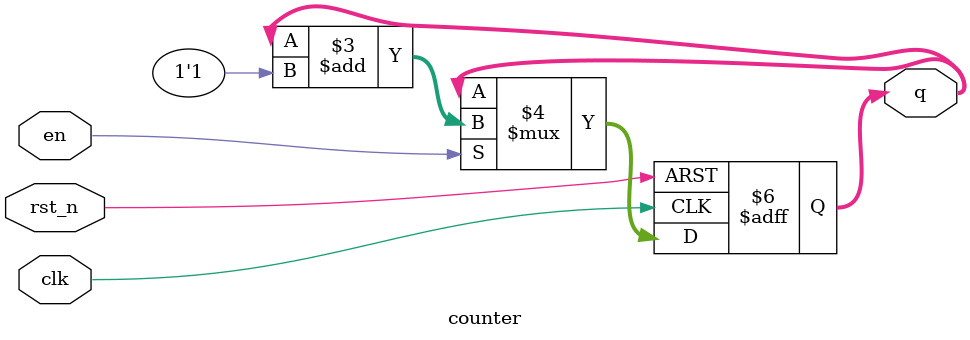
<source format=v>
module counter #(parameter WIDTH = 32) (
    input  wire              clk,     // clock
    input  wire              rst_n,   // async reset, active low
    input  wire              en,      // enable: count only when high
    output reg  [WIDTH-1:0]  q        // counter output
);

  always @(posedge clk or negedge rst_n) begin
    if (!rst_n)
      q <= {WIDTH{1'b0}}; 
    else if (en)
      q <= q + 1'b1;
  end

endmodule

</source>
